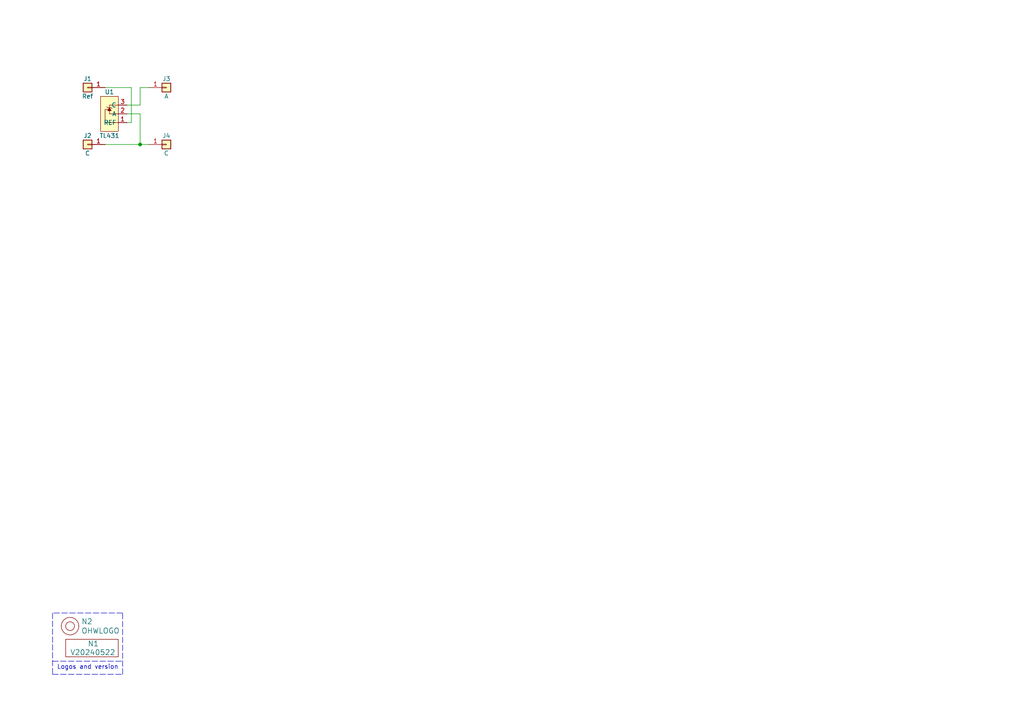
<source format=kicad_sch>
(kicad_sch (version 20230121) (generator eeschema)
  (paper "A4")
  (lib_symbols
    (symbol "Connector_Generic:Conn_01x01" (pin_names (offset 1.016) hide)
      (property "Reference" "J" (at 0 2.54 0))
      (property "Value" "Conn_01x01" (at 0 -2.54 0))
      (symbol "Conn_01x01_1_1"
        (rectangle (start -1.27 0.127) (end 0 -0.127) (stroke (width 0.1524)))
        (rectangle (start -1.27 1.27) (end 1.27 -1.27) (stroke (width 0.254)) (fill (type background)))
        (pin passive line (at -5.08 0 0) (length 3.81) (name "Pin_1") (number "1"))
      )
    )
    (symbol "SquantorGenericAnalog:TL431_TO-92"
      (property "Reference" "U" (at 0 6.35 0))
      (property "Value" "TL431" (at 0 -6.35 0))
      (symbol "TL431_TO-92_0_1"
        (polyline (pts (xy -2.54 0) (xy 0 0) (xy 0 -2.54) (xy -2.54 -2.54)))
        (polyline (pts (xy -2.54 2.54) (xy 1.27 2.54) (xy 1.27 -1.27) (xy 0 -1.27)))
        (polyline (pts (xy -0.762 -1.524) (xy -0.508 -1.778) (xy 0.508 -1.778) (xy 0.762 -2.032)))
      )
      (symbol "TL431_TO-92_1_1"
        (rectangle (start -2.54 5.08) (end 2.54 -5.08) (fill (type background)))
        (polyline (pts (xy 0 -1.778) (xy 0.508 -0.889) (xy -0.508 -0.889) (xy 0 -1.778)) (fill (type outline)))
        (pin input line (at -5.08 2.54 0) (length 2.54) (name "REF") (number "1"))
        (pin power_in line (at -5.08 0 0) (length 2.54) (name "A") (number "2"))
        (pin power_out line (at -5.08 -2.54 0) (length 2.54) (name "C") (number "3"))
      )
    )
    (symbol "SquantorLabels:OHWLOGO" (pin_names (offset 1.016))
      (property "Reference" "N" (at 0 3.81 0))
      (property "Value" "SquantorLabels_OHWLOGO" (at 0 -3.81 0))
      (symbol "OHWLOGO_0_1"
        (circle (center 0 0) (radius 1.27))
        (circle (center 0 0) (radius 2.54))
      )
    )
    (symbol "SquantorLabels:VYYYYMMDD" (pin_names (offset 1.016))
      (property "Reference" "N" (at 0 2.54 0))
      (property "Value" "SquantorLabels_VYYYYMMDD" (at 0 0 0))
      (symbol "VYYYYMMDD_0_1"
        (rectangle (start 7.62 -1.27) (end -7.62 3.81))
      )
    )
  )
  (junction (at 40.64 41.91))
  (wire (pts (xy 36.83 35.56) (xy 38.1 35.56)))
  (wire (pts (xy 38.1 35.56) (xy 38.1 25.4)))
  (wire (pts (xy 36.83 30.48) (xy 40.64 30.48)))
  (polyline (pts (xy 15.24 191.77) (xy 35.56 191.77)) (stroke (width 0) (type dash)))
  (wire (pts (xy 40.64 33.02) (xy 40.64 41.91)))
  (wire (pts (xy 36.83 33.02) (xy 40.64 33.02)))
  (polyline (pts (xy 15.24 195.58) (xy 35.56 195.58)) (stroke (width 0) (type dash)))
  (polyline (pts (xy 15.24 177.8) (xy 15.24 195.58)) (stroke (width 0) (type dash)))
  (wire (pts (xy 40.64 41.91) (xy 43.18 41.91)))
  (wire (pts (xy 43.18 25.4) (xy 40.64 25.4)))
  (polyline (pts (xy 35.56 195.58) (xy 35.56 177.8)) (stroke (width 0) (type dash)))
  (wire (pts (xy 30.48 41.91) (xy 40.64 41.91)))
  (wire (pts (xy 40.64 25.4) (xy 40.64 30.48)))
  (polyline (pts (xy 35.56 177.8) (xy 15.24 177.8)) (stroke (width 0) (type dash)))
  (wire (pts (xy 38.1 25.4) (xy 30.48 25.4)))
  (text "Logos and version" (at 16.51 194.31 0) (effects (font (size 1.27 1.27)) (justify left bottom)))
  (symbol (lib_id "SquantorLabels:VYYYYMMDD") (at 26.67 189.23 0) (unit 1)
    (property "Reference" "N1" (at 25.4 186.69 0) (effects (font (size 1.524 1.524)) (justify left)))
    (property "Value" "V20240522" (at 20.32 189.23 0) (effects (font (size 1.524 1.524)) (justify left)))
    (property "Footprint" "SquantorLabels:Label_Generic" (effects hide))
  )
  (symbol (lib_id "SquantorLabels:OHWLOGO") (at 20.32 181.61 0) (unit 1)
    (property "Reference" "N2" (at 23.5712 180.2638 0) (effects (font (size 1.524 1.524)) (justify left)))
    (property "Value" "OHWLOGO" (at 23.5712 182.9562 0) (effects (font (size 1.524 1.524)) (justify left)))
    (property "Footprint" "Symbol:OSHW-Symbol_6.7x6mm_SilkScreen" (effects hide))
  )
  (symbol (lib_id "Connector_Generic:Conn_01x01") (at 25.4 41.91 180) (unit 1)
    (property "Reference" "J2" (at 25.4 39.37 0))
    (property "Value" "C" (at 25.4 44.45 0))
    (property "Footprint" "mill-max:PC_pin_nail_head_6092" (effects hide))
  )
  (symbol (lib_id "Connector_Generic:Conn_01x01") (at 25.4 25.4 180) (unit 1)
    (property "Reference" "J1" (at 25.4 22.86 0))
    (property "Value" "Ref" (at 25.4 27.94 0))
    (property "Footprint" "mill-max:PC_pin_nail_head_6092" (effects hide))
  )
  (symbol (lib_id "Connector_Generic:Conn_01x01") (at 48.26 25.4 0) (mirror x) (unit 1)
    (property "Reference" "J3" (at 48.26 22.86 0))
    (property "Value" "A" (at 48.26 27.94 0))
    (property "Footprint" "mill-max:PC_pin_nail_head_6092" (effects hide))
  )
  (symbol (lib_id "Connector_Generic:Conn_01x01") (at 48.26 41.91 0) (mirror x) (unit 1)
    (property "Reference" "J4" (at 48.26 39.37 0))
    (property "Value" "C" (at 48.26 44.45 0))
    (property "Footprint" "mill-max:PC_pin_nail_head_6092" (effects hide))
  )
  (symbol (lib_id "SquantorGenericAnalog:TL431_TO-92") (at 31.75 33.02 180) (unit 1)
    (property "Reference" "U1" (at 31.75 26.67 0))
    (property "Value" "TL431" (at 31.75 39.37 0))
    (property "Footprint" "SquantorIC:TO-92L_Inline" (effects hide))
  )
)
</source>
